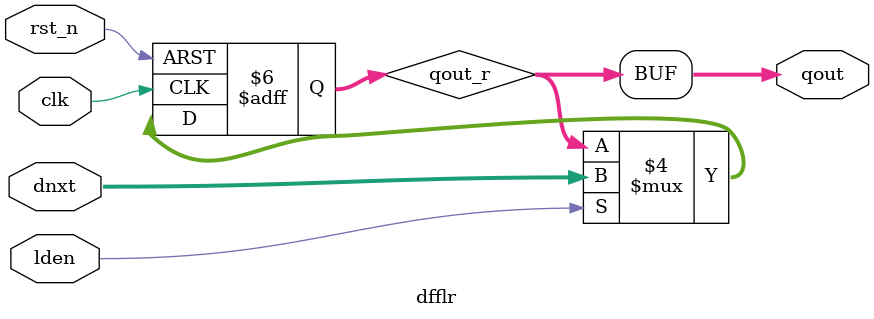
<source format=v>
module dfflr # (
  parameter DW = 32,
  parameter RDT = 0
  ) (
  input               lden, 
  input      [DW-1:0] dnxt,
  output     [DW-1:0] qout,
  input               clk,
  input               rst_n
);
reg [DW-1:0] qout_r;
always @(posedge clk or negedge rst_n)
begin : DFFLR_PROC
  if (rst_n == 1'b0)
    qout_r <= RDT;
  else if (lden == 1'b1)
    qout_r <= #1 dnxt;
end
assign qout = qout_r;
endmodule
</source>
